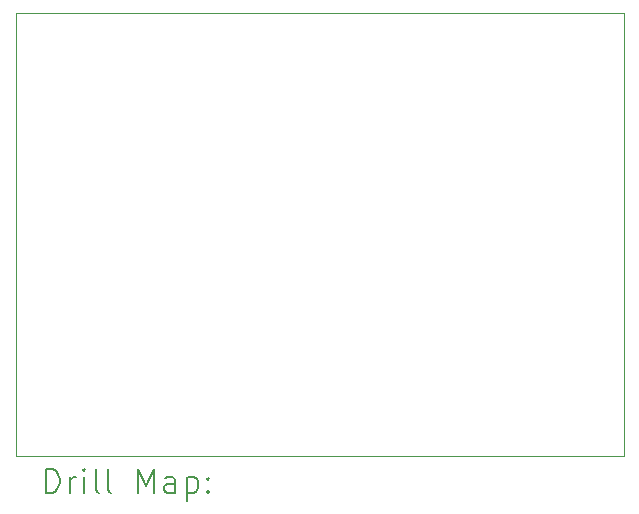
<source format=gbr>
%TF.GenerationSoftware,KiCad,Pcbnew,8.0.8-8.0.8-0~ubuntu24.04.1*%
%TF.CreationDate,2025-08-03T14:08:21+02:00*%
%TF.ProjectId,atmega328,61746d65-6761-4333-9238-2e6b69636164,rev?*%
%TF.SameCoordinates,Original*%
%TF.FileFunction,Drillmap*%
%TF.FilePolarity,Positive*%
%FSLAX45Y45*%
G04 Gerber Fmt 4.5, Leading zero omitted, Abs format (unit mm)*
G04 Created by KiCad (PCBNEW 8.0.8-8.0.8-0~ubuntu24.04.1) date 2025-08-03 14:08:21*
%MOMM*%
%LPD*%
G01*
G04 APERTURE LIST*
%ADD10C,0.050000*%
%ADD11C,0.200000*%
G04 APERTURE END LIST*
D10*
X12950000Y-5550000D02*
X18100000Y-5550000D01*
X18100000Y-9300000D01*
X12950000Y-9300000D01*
X12950000Y-5550000D01*
D11*
X13208277Y-9613984D02*
X13208277Y-9413984D01*
X13208277Y-9413984D02*
X13255896Y-9413984D01*
X13255896Y-9413984D02*
X13284467Y-9423508D01*
X13284467Y-9423508D02*
X13303515Y-9442555D01*
X13303515Y-9442555D02*
X13313039Y-9461603D01*
X13313039Y-9461603D02*
X13322562Y-9499698D01*
X13322562Y-9499698D02*
X13322562Y-9528270D01*
X13322562Y-9528270D02*
X13313039Y-9566365D01*
X13313039Y-9566365D02*
X13303515Y-9585412D01*
X13303515Y-9585412D02*
X13284467Y-9604460D01*
X13284467Y-9604460D02*
X13255896Y-9613984D01*
X13255896Y-9613984D02*
X13208277Y-9613984D01*
X13408277Y-9613984D02*
X13408277Y-9480650D01*
X13408277Y-9518746D02*
X13417801Y-9499698D01*
X13417801Y-9499698D02*
X13427324Y-9490174D01*
X13427324Y-9490174D02*
X13446372Y-9480650D01*
X13446372Y-9480650D02*
X13465420Y-9480650D01*
X13532086Y-9613984D02*
X13532086Y-9480650D01*
X13532086Y-9413984D02*
X13522562Y-9423508D01*
X13522562Y-9423508D02*
X13532086Y-9433031D01*
X13532086Y-9433031D02*
X13541610Y-9423508D01*
X13541610Y-9423508D02*
X13532086Y-9413984D01*
X13532086Y-9413984D02*
X13532086Y-9433031D01*
X13655896Y-9613984D02*
X13636848Y-9604460D01*
X13636848Y-9604460D02*
X13627324Y-9585412D01*
X13627324Y-9585412D02*
X13627324Y-9413984D01*
X13760658Y-9613984D02*
X13741610Y-9604460D01*
X13741610Y-9604460D02*
X13732086Y-9585412D01*
X13732086Y-9585412D02*
X13732086Y-9413984D01*
X13989229Y-9613984D02*
X13989229Y-9413984D01*
X13989229Y-9413984D02*
X14055896Y-9556841D01*
X14055896Y-9556841D02*
X14122562Y-9413984D01*
X14122562Y-9413984D02*
X14122562Y-9613984D01*
X14303515Y-9613984D02*
X14303515Y-9509222D01*
X14303515Y-9509222D02*
X14293991Y-9490174D01*
X14293991Y-9490174D02*
X14274943Y-9480650D01*
X14274943Y-9480650D02*
X14236848Y-9480650D01*
X14236848Y-9480650D02*
X14217801Y-9490174D01*
X14303515Y-9604460D02*
X14284467Y-9613984D01*
X14284467Y-9613984D02*
X14236848Y-9613984D01*
X14236848Y-9613984D02*
X14217801Y-9604460D01*
X14217801Y-9604460D02*
X14208277Y-9585412D01*
X14208277Y-9585412D02*
X14208277Y-9566365D01*
X14208277Y-9566365D02*
X14217801Y-9547317D01*
X14217801Y-9547317D02*
X14236848Y-9537793D01*
X14236848Y-9537793D02*
X14284467Y-9537793D01*
X14284467Y-9537793D02*
X14303515Y-9528270D01*
X14398753Y-9480650D02*
X14398753Y-9680650D01*
X14398753Y-9490174D02*
X14417801Y-9480650D01*
X14417801Y-9480650D02*
X14455896Y-9480650D01*
X14455896Y-9480650D02*
X14474943Y-9490174D01*
X14474943Y-9490174D02*
X14484467Y-9499698D01*
X14484467Y-9499698D02*
X14493991Y-9518746D01*
X14493991Y-9518746D02*
X14493991Y-9575889D01*
X14493991Y-9575889D02*
X14484467Y-9594936D01*
X14484467Y-9594936D02*
X14474943Y-9604460D01*
X14474943Y-9604460D02*
X14455896Y-9613984D01*
X14455896Y-9613984D02*
X14417801Y-9613984D01*
X14417801Y-9613984D02*
X14398753Y-9604460D01*
X14579705Y-9594936D02*
X14589229Y-9604460D01*
X14589229Y-9604460D02*
X14579705Y-9613984D01*
X14579705Y-9613984D02*
X14570182Y-9604460D01*
X14570182Y-9604460D02*
X14579705Y-9594936D01*
X14579705Y-9594936D02*
X14579705Y-9613984D01*
X14579705Y-9490174D02*
X14589229Y-9499698D01*
X14589229Y-9499698D02*
X14579705Y-9509222D01*
X14579705Y-9509222D02*
X14570182Y-9499698D01*
X14570182Y-9499698D02*
X14579705Y-9490174D01*
X14579705Y-9490174D02*
X14579705Y-9509222D01*
M02*

</source>
